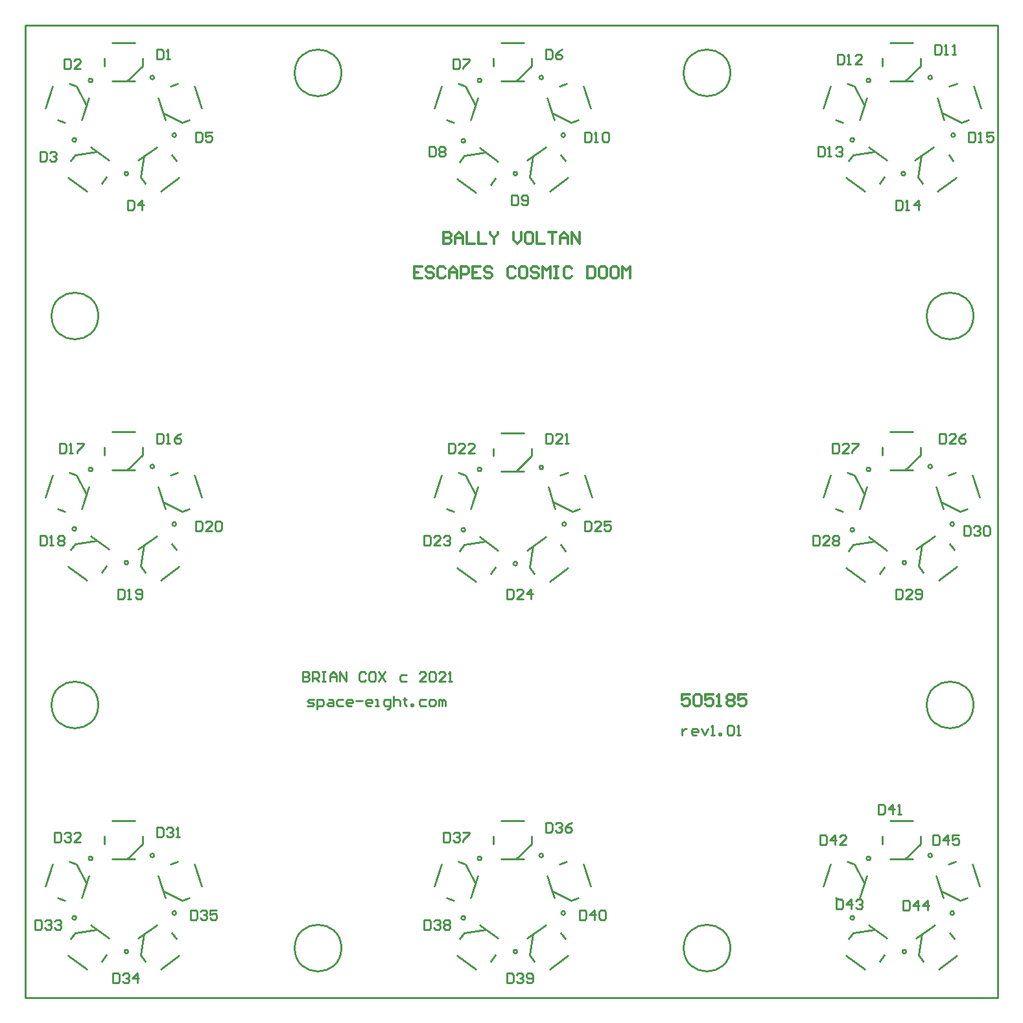
<source format=gto>
%FSLAX25Y25*%
%MOIN*%
G70*
G01*
G75*
G04 Layer_Color=65535*
%ADD10P,0.08352X4X333.0*%
%ADD11P,0.08352X4X261.0*%
%ADD12P,0.08352X4X189.0*%
%ADD13P,0.08352X4X117.0*%
%ADD14R,0.05906X0.05906*%
%ADD15C,0.02500*%
%ADD16C,0.10000*%
%ADD17C,0.05000*%
%ADD18C,0.12500*%
%ADD19R,0.12500X0.12500*%
%ADD20R,0.12500X0.12500*%
%ADD21C,0.16500*%
%ADD22C,0.04000*%
%ADD23R,0.17716X0.12205*%
%ADD24R,0.12205X0.17716*%
G04:AMPARAMS|DCode=25|XSize=80mil|YSize=50mil|CornerRadius=0mil|HoleSize=0mil|Usage=FLASHONLY|Rotation=45.000|XOffset=0mil|YOffset=0mil|HoleType=Round|Shape=Rectangle|*
%AMROTATEDRECTD25*
4,1,4,-0.01061,-0.04596,-0.04596,-0.01061,0.01061,0.04596,0.04596,0.01061,-0.01061,-0.04596,0.0*
%
%ADD25ROTATEDRECTD25*%

%ADD26R,0.08000X0.05000*%
G04:AMPARAMS|DCode=27|XSize=80mil|YSize=50mil|CornerRadius=0mil|HoleSize=0mil|Usage=FLASHONLY|Rotation=315.000|XOffset=0mil|YOffset=0mil|HoleType=Round|Shape=Rectangle|*
%AMROTATEDRECTD27*
4,1,4,-0.04596,0.01061,-0.01061,0.04596,0.04596,-0.01061,0.01061,-0.04596,-0.04596,0.01061,0.0*
%
%ADD27ROTATEDRECTD27*%

%ADD28R,0.05000X0.08000*%
%ADD29C,0.01000*%
%ADD30C,0.01200*%
D29*
X778058Y743526D02*
G03*
X778058Y743526I-984J0D01*
G01*
X377558Y543526D02*
G03*
X377558Y543526I-984J0D01*
G01*
X578058D02*
G03*
X578058Y543526I-984J0D01*
G01*
X777558D02*
G03*
X777558Y543526I-984J0D01*
G01*
X377558Y343526D02*
G03*
X377558Y343526I-984J0D01*
G01*
X577558D02*
G03*
X577558Y343526I-984J0D01*
G01*
X777558D02*
G03*
X777558Y343526I-984J0D01*
G01*
X752412Y723692D02*
G03*
X752412Y723692I-984J0D01*
G01*
X352912Y523692D02*
G03*
X352912Y523692I-984J0D01*
G01*
X552912Y523192D02*
G03*
X552912Y523192I-984J0D01*
G01*
X752912Y523692D02*
G03*
X752912Y523692I-984J0D01*
G01*
X352912Y323692D02*
G03*
X352912Y323692I-984J0D01*
G01*
X552912D02*
G03*
X552912Y323692I-984J0D01*
G01*
X752912D02*
G03*
X752912Y323692I-984J0D01*
G01*
X726168Y741048D02*
G03*
X726168Y741048I-984J0D01*
G01*
X326168Y541048D02*
G03*
X326168Y541048I-984J0D01*
G01*
X526168Y540548D02*
G03*
X526168Y540548I-984J0D01*
G01*
X726168D02*
G03*
X726168Y540548I-984J0D01*
G01*
X326168Y341048D02*
G03*
X326168Y341048I-984J0D01*
G01*
X526168D02*
G03*
X526168Y341048I-984J0D01*
G01*
X726168D02*
G03*
X726168Y341048I-984J0D01*
G01*
X734535Y771608D02*
G03*
X734535Y771608I-984J0D01*
G01*
X334535Y571608D02*
G03*
X334535Y571608I-984J0D01*
G01*
X534535D02*
G03*
X534535Y571608I-984J0D01*
G01*
X734535D02*
G03*
X734535Y571608I-984J0D01*
G01*
X334535Y371608D02*
G03*
X334535Y371608I-984J0D01*
G01*
X534535D02*
G03*
X534535Y371608I-984J0D01*
G01*
X734535D02*
G03*
X734535Y371608I-984J0D01*
G01*
X766248Y773126D02*
G03*
X766248Y773126I-984J0D01*
G01*
X366248Y573126D02*
G03*
X366248Y573126I-984J0D01*
G01*
X566248Y572626D02*
G03*
X566248Y572626I-984J0D01*
G01*
X766248Y573126D02*
G03*
X766248Y573126I-984J0D01*
G01*
X366248Y373126D02*
G03*
X366248Y373126I-984J0D01*
G01*
X566248D02*
G03*
X566248Y373126I-984J0D01*
G01*
X766248D02*
G03*
X766248Y373126I-984J0D01*
G01*
X462500Y775500D02*
G03*
X462500Y775500I-12000J0D01*
G01*
X662500D02*
G03*
X662500Y775500I-12000J0D01*
G01*
X787500Y650500D02*
G03*
X787500Y650500I-12000J0D01*
G01*
Y450500D02*
G03*
X787500Y450500I-12000J0D01*
G01*
X337500Y650500D02*
G03*
X337500Y650500I-12000J0D01*
G01*
Y450500D02*
G03*
X337500Y450500I-12000J0D01*
G01*
X462500Y325500D02*
G03*
X462500Y325500I-12000J0D01*
G01*
X662500D02*
G03*
X662500Y325500I-12000J0D01*
G01*
X377558Y743526D02*
G03*
X377558Y743526I-984J0D01*
G01*
X352912Y723692D02*
G03*
X352912Y723692I-984J0D01*
G01*
X326168Y741048D02*
G03*
X326168Y741048I-984J0D01*
G01*
X334535Y771608D02*
G03*
X334535Y771608I-984J0D01*
G01*
X366248Y773126D02*
G03*
X366248Y773126I-984J0D01*
G01*
X577558Y743526D02*
G03*
X577558Y743526I-984J0D01*
G01*
X552912Y723692D02*
G03*
X552912Y723692I-984J0D01*
G01*
X526168Y740548D02*
G03*
X526168Y740548I-984J0D01*
G01*
X534535Y771608D02*
G03*
X534535Y771608I-984J0D01*
G01*
X566248Y773126D02*
G03*
X566248Y773126I-984J0D01*
G01*
X781169Y750031D02*
X784914Y751248D01*
X775086Y768752D02*
X778831Y769969D01*
X768814Y762575D02*
X772464Y751342D01*
X787536Y768658D02*
X791186Y757425D01*
X771247Y755086D02*
X781169Y750031D01*
X380669Y550031D02*
X384414Y551248D01*
X374586Y568752D02*
X378331Y569969D01*
X368314Y562575D02*
X371964Y551342D01*
X387036Y568658D02*
X390686Y557425D01*
X370747Y555086D02*
X380669Y550031D01*
X581169D02*
X584914Y551248D01*
X575086Y568752D02*
X578831Y569969D01*
X568814Y562575D02*
X572464Y551342D01*
X587536Y568658D02*
X591186Y557425D01*
X571247Y555086D02*
X581169Y550031D01*
X780669D02*
X784414Y551248D01*
X774586Y568752D02*
X778331Y569969D01*
X768314Y562575D02*
X771964Y551342D01*
X787036Y568658D02*
X790686Y557425D01*
X770748Y555086D02*
X780669Y550031D01*
X380669Y350031D02*
X384414Y351248D01*
X374586Y368753D02*
X378331Y369969D01*
X368314Y362575D02*
X371964Y351342D01*
X387036Y368658D02*
X390686Y357425D01*
X370747Y355086D02*
X380669Y350031D01*
X580669D02*
X584414Y351248D01*
X574586Y368753D02*
X578331Y369969D01*
X568314Y362575D02*
X571964Y351342D01*
X587036Y368658D02*
X590686Y357425D01*
X570748Y355086D02*
X580669Y350031D01*
X780669D02*
X784414Y351248D01*
X774586Y368753D02*
X778331Y369969D01*
X768314Y362575D02*
X771964Y351342D01*
X787036Y368658D02*
X790686Y357425D01*
X770748Y355086D02*
X780669Y350031D01*
X758880Y721807D02*
X761194Y718622D01*
X774806Y733378D02*
X777120Y730193D01*
X757437Y730492D02*
X766992Y737434D01*
X769008Y714566D02*
X778563Y721508D01*
X758880Y721807D02*
X760622Y732806D01*
X359380Y521807D02*
X361694Y518622D01*
X375306Y533378D02*
X377620Y530193D01*
X357937Y530492D02*
X367492Y537434D01*
X369508Y514566D02*
X379063Y521508D01*
X359380Y521807D02*
X361122Y532806D01*
X559380Y521307D02*
X561694Y518122D01*
X575306Y532878D02*
X577620Y529693D01*
X557937Y529992D02*
X567492Y536934D01*
X569508Y514066D02*
X579063Y521008D01*
X559380Y521307D02*
X561122Y532306D01*
X759380Y521807D02*
X761694Y518622D01*
X775306Y533378D02*
X777620Y530193D01*
X757937Y530492D02*
X767492Y537434D01*
X769508Y514566D02*
X779063Y521508D01*
X759380Y521807D02*
X761122Y532806D01*
X359380Y321807D02*
X361694Y318622D01*
X375306Y333378D02*
X377620Y330193D01*
X357937Y330492D02*
X367492Y337434D01*
X369508Y314566D02*
X379063Y321508D01*
X359380Y321807D02*
X361122Y332806D01*
X559380Y321807D02*
X561694Y318622D01*
X575306Y333378D02*
X577620Y330193D01*
X557937Y330492D02*
X567492Y337434D01*
X569508Y314566D02*
X579063Y321508D01*
X559380Y321807D02*
X561122Y332806D01*
X759380Y321807D02*
X761694Y318622D01*
X775306Y333378D02*
X777620Y330193D01*
X757937Y330492D02*
X767492Y337434D01*
X769508Y314566D02*
X779063Y321508D01*
X759380Y321807D02*
X761122Y332806D01*
X723380Y730193D02*
X725694Y733378D01*
X739306Y718622D02*
X741620Y721807D01*
X733508Y737434D02*
X743063Y730492D01*
X721937Y721508D02*
X731492Y714566D01*
X725694Y733378D02*
X736693Y735120D01*
X323380Y530193D02*
X325694Y533378D01*
X339306Y518622D02*
X341620Y521807D01*
X333508Y537434D02*
X343063Y530492D01*
X321937Y521508D02*
X331492Y514566D01*
X325694Y533378D02*
X336693Y535120D01*
X523380Y529693D02*
X525694Y532878D01*
X539306Y518122D02*
X541620Y521307D01*
X533508Y536934D02*
X543063Y529992D01*
X521937Y521008D02*
X531492Y514066D01*
X525694Y532878D02*
X536693Y534620D01*
X723380Y529693D02*
X725694Y532878D01*
X739306Y518122D02*
X741620Y521307D01*
X733508Y536934D02*
X743063Y529992D01*
X721937Y521008D02*
X731492Y514066D01*
X725694Y532878D02*
X736693Y534620D01*
X323380Y330193D02*
X325694Y333378D01*
X339306Y318622D02*
X341620Y321807D01*
X333508Y337434D02*
X343063Y330492D01*
X321937Y321508D02*
X331492Y314566D01*
X325694Y333378D02*
X336693Y335120D01*
X523380Y330193D02*
X525694Y333378D01*
X539306Y318622D02*
X541620Y321807D01*
X533508Y337434D02*
X543063Y330492D01*
X521937Y321508D02*
X531492Y314566D01*
X525694Y333378D02*
X536693Y335120D01*
X723380Y330193D02*
X725694Y333378D01*
X739306Y318622D02*
X741620Y321807D01*
X733508Y337434D02*
X743063Y330492D01*
X721937Y321508D02*
X731492Y314566D01*
X725694Y333378D02*
X736693Y335120D01*
X722669Y769969D02*
X726414Y768752D01*
X716586Y751248D02*
X720331Y750031D01*
X729036Y751342D02*
X732686Y762575D01*
X710314Y757425D02*
X713964Y768658D01*
X726414Y768752D02*
X731469Y758831D01*
X322669Y569969D02*
X326414Y568752D01*
X316586Y551248D02*
X320331Y550031D01*
X329036Y551342D02*
X332686Y562575D01*
X310314Y557425D02*
X313964Y568658D01*
X326414Y568752D02*
X331469Y558831D01*
X522669Y569969D02*
X526414Y568752D01*
X516586Y551248D02*
X520331Y550031D01*
X529036Y551342D02*
X532686Y562575D01*
X510314Y557425D02*
X513964Y568658D01*
X526414Y568752D02*
X531469Y558831D01*
X722669Y569969D02*
X726414Y568752D01*
X716586Y551248D02*
X720331Y550031D01*
X729036Y551342D02*
X732686Y562575D01*
X710314Y557425D02*
X713964Y568658D01*
X726414Y568752D02*
X731469Y558831D01*
X322669Y369969D02*
X326414Y368753D01*
X316586Y351248D02*
X320331Y350031D01*
X329036Y351342D02*
X332686Y362575D01*
X310314Y357425D02*
X313964Y368658D01*
X326414Y368753D02*
X331469Y358831D01*
X522669Y369969D02*
X526414Y368753D01*
X516586Y351248D02*
X520331Y350031D01*
X529036Y351342D02*
X532686Y362575D01*
X510314Y357425D02*
X513964Y368658D01*
X526414Y368753D02*
X531469Y358831D01*
X722669Y369969D02*
X726414Y368753D01*
X716586Y351248D02*
X720331Y350031D01*
X729036Y351342D02*
X732686Y362575D01*
X710314Y357425D02*
X713964Y368658D01*
X726414Y368753D02*
X731469Y358831D01*
X760343Y779032D02*
Y782969D01*
X740658Y779032D02*
Y782969D01*
X744594Y771158D02*
X756405D01*
X744594Y790842D02*
X756405D01*
X752468Y771158D02*
X760343Y779032D01*
X360343Y579032D02*
Y582969D01*
X340657Y579032D02*
Y582969D01*
X344595Y571158D02*
X356405D01*
X344595Y590842D02*
X356405D01*
X352468Y571158D02*
X360343Y579032D01*
X560343Y578532D02*
Y582469D01*
X540658Y578532D02*
Y582469D01*
X544594Y570657D02*
X556405D01*
X544594Y590343D02*
X556405D01*
X552468Y570657D02*
X560343Y578532D01*
X760343Y579032D02*
Y582969D01*
X740658Y579032D02*
Y582969D01*
X744594Y571158D02*
X756405D01*
X744594Y590842D02*
X756405D01*
X752468Y571158D02*
X760343Y579032D01*
X360343Y379031D02*
Y382968D01*
X340657Y379031D02*
Y382968D01*
X344595Y371158D02*
X356405D01*
X344595Y390843D02*
X356405D01*
X352468Y371158D02*
X360343Y379031D01*
X560343D02*
Y382968D01*
X540658Y379031D02*
Y382968D01*
X544594Y371158D02*
X556405D01*
X544594Y390843D02*
X556405D01*
X552468Y371158D02*
X560343Y379031D01*
X760343D02*
Y382968D01*
X740658Y379031D02*
Y382968D01*
X744594Y371158D02*
X756405D01*
X744594Y390843D02*
X756405D01*
X752468Y371158D02*
X760343Y379031D01*
X380669Y750031D02*
X384414Y751248D01*
X374586Y768752D02*
X378331Y769969D01*
X368314Y762575D02*
X371964Y751342D01*
X387036Y768658D02*
X390686Y757425D01*
X370747Y755086D02*
X380669Y750031D01*
X359380Y721807D02*
X361694Y718622D01*
X375306Y733378D02*
X377620Y730193D01*
X357937Y730492D02*
X367492Y737434D01*
X369508Y714566D02*
X379063Y721508D01*
X359380Y721807D02*
X361122Y732806D01*
X323380Y730193D02*
X325694Y733378D01*
X339306Y718622D02*
X341620Y721807D01*
X333508Y737434D02*
X343063Y730492D01*
X321937Y721508D02*
X331492Y714566D01*
X325694Y733378D02*
X336693Y735120D01*
X322669Y769969D02*
X326414Y768752D01*
X316586Y751248D02*
X320331Y750031D01*
X329036Y751342D02*
X332686Y762575D01*
X310314Y757425D02*
X313964Y768658D01*
X326414Y768752D02*
X331469Y758831D01*
X360343Y779032D02*
Y782969D01*
X340657Y779032D02*
Y782969D01*
X344595Y771158D02*
X356405Y771158D01*
X344595Y790842D02*
X356405Y790842D01*
X352468Y771158D02*
X360343Y779032D01*
X580669Y750031D02*
X584414Y751248D01*
X574586Y768752D02*
X578331Y769969D01*
X568314Y762575D02*
X571964Y751342D01*
X587036Y768658D02*
X590686Y757425D01*
X570748Y755086D02*
X580669Y750031D01*
X559380Y721807D02*
X561694Y718622D01*
X575306Y733378D02*
X577620Y730193D01*
X557937Y730492D02*
X567492Y737434D01*
X569508Y714566D02*
X579063Y721508D01*
X559380Y721807D02*
X561122Y732806D01*
X523380Y729693D02*
X525694Y732878D01*
X539306Y718122D02*
X541620Y721307D01*
X533508Y736934D02*
X543063Y729992D01*
X521937Y721008D02*
X531492Y714066D01*
X525694Y732878D02*
X536693Y734620D01*
X522669Y769969D02*
X526414Y768752D01*
X516586Y751248D02*
X520331Y750031D01*
X529036Y751342D02*
X532686Y762575D01*
X510314Y757425D02*
X513964Y768658D01*
X526414Y768752D02*
X531469Y758831D01*
X560343Y779032D02*
Y782969D01*
X540658Y779032D02*
Y782969D01*
X544594Y771158D02*
X556405D01*
X544594Y790842D02*
X556405D01*
X552468Y771158D02*
X560343Y779032D01*
X300000Y300000D02*
Y800000D01*
Y300000D02*
X800000D01*
Y800000D01*
X300000D02*
X800000D01*
X495832Y465832D02*
X493333D01*
X492500Y464999D01*
Y463333D01*
X493333Y462500D01*
X495832D01*
X505829D02*
X502497D01*
X505829Y465832D01*
Y466665D01*
X504996Y467498D01*
X503330D01*
X502497Y466665D01*
X507495D02*
X508328Y467498D01*
X509994D01*
X510827Y466665D01*
Y463333D01*
X509994Y462500D01*
X508328D01*
X507495Y463333D01*
Y466665D01*
X515826Y462500D02*
X512494D01*
X515826Y465832D01*
Y466665D01*
X514993Y467498D01*
X513327D01*
X512494Y466665D01*
X517492Y462500D02*
X519158D01*
X518325D01*
Y467498D01*
X517492Y466665D01*
X442500Y467498D02*
Y462500D01*
X444999D01*
X445832Y463333D01*
Y464166D01*
X444999Y464999D01*
X442500D01*
X444999D01*
X445832Y465832D01*
Y466665D01*
X444999Y467498D01*
X442500D01*
X447498Y462500D02*
Y467498D01*
X449998D01*
X450831Y466665D01*
Y464999D01*
X449998Y464166D01*
X447498D01*
X449164D02*
X450831Y462500D01*
X452497Y467498D02*
X454163D01*
X453330D01*
Y462500D01*
X452497D01*
X454163D01*
X456662D02*
Y465832D01*
X458328Y467498D01*
X459994Y465832D01*
Y462500D01*
Y464999D01*
X456662D01*
X461660Y462500D02*
Y467498D01*
X464993Y462500D01*
Y467498D01*
X474990Y466665D02*
X474156Y467498D01*
X472490D01*
X471657Y466665D01*
Y463333D01*
X472490Y462500D01*
X474156D01*
X474990Y463333D01*
X479155Y467498D02*
X477489D01*
X476656Y466665D01*
Y463333D01*
X477489Y462500D01*
X479155D01*
X479988Y463333D01*
Y466665D01*
X479155Y467498D01*
X481654D02*
X484986Y462500D01*
Y467498D02*
X481654Y462500D01*
X637500Y438332D02*
Y435000D01*
Y436666D01*
X638333Y437499D01*
X639166Y438332D01*
X639999D01*
X644998Y435000D02*
X643331D01*
X642498Y435833D01*
Y437499D01*
X643331Y438332D01*
X644998D01*
X645831Y437499D01*
Y436666D01*
X642498D01*
X647497Y438332D02*
X649163Y435000D01*
X650829Y438332D01*
X652495Y435000D02*
X654161D01*
X653328D01*
Y439998D01*
X652495Y439165D01*
X656661Y435000D02*
Y435833D01*
X657493D01*
Y435000D01*
X656661D01*
X660826Y439165D02*
X661659Y439998D01*
X663325D01*
X664158Y439165D01*
Y435833D01*
X663325Y435000D01*
X661659D01*
X660826Y435833D01*
Y439165D01*
X665824Y435000D02*
X667490D01*
X666657D01*
Y439998D01*
X665824Y439165D01*
X445000Y450000D02*
X447499D01*
X448332Y450833D01*
X447499Y451666D01*
X445833D01*
X445000Y452499D01*
X445833Y453332D01*
X448332D01*
X449998Y448334D02*
Y453332D01*
X452498D01*
X453331Y452499D01*
Y450833D01*
X452498Y450000D01*
X449998D01*
X455830Y453332D02*
X457496D01*
X458329Y452499D01*
Y450000D01*
X455830D01*
X454997Y450833D01*
X455830Y451666D01*
X458329D01*
X463327Y453332D02*
X460828D01*
X459995Y452499D01*
Y450833D01*
X460828Y450000D01*
X463327D01*
X467493D02*
X465827D01*
X464993Y450833D01*
Y452499D01*
X465827Y453332D01*
X467493D01*
X468326Y452499D01*
Y451666D01*
X464993D01*
X469992Y452499D02*
X473324D01*
X477490Y450000D02*
X475823D01*
X474990Y450833D01*
Y452499D01*
X475823Y453332D01*
X477490D01*
X478323Y452499D01*
Y451666D01*
X474990D01*
X479989Y450000D02*
X481655D01*
X480822D01*
Y453332D01*
X479989D01*
X485820Y448334D02*
X486653D01*
X487486Y449167D01*
Y453332D01*
X484987D01*
X484154Y452499D01*
Y450833D01*
X484987Y450000D01*
X487486D01*
X489152Y454998D02*
Y450000D01*
Y452499D01*
X489985Y453332D01*
X491652D01*
X492485Y452499D01*
Y450000D01*
X494984Y454165D02*
Y453332D01*
X494151D01*
X495817D01*
X494984D01*
Y450833D01*
X495817Y450000D01*
X498316D02*
Y450833D01*
X499149D01*
Y450000D01*
X498316D01*
X505814Y453332D02*
X503314D01*
X502481Y452499D01*
Y450833D01*
X503314Y450000D01*
X505814D01*
X508313D02*
X509979D01*
X510812Y450833D01*
Y452499D01*
X509979Y453332D01*
X508313D01*
X507480Y452499D01*
Y450833D01*
X508313Y450000D01*
X512478D02*
Y453332D01*
X513311D01*
X514144Y452499D01*
Y450000D01*
Y452499D01*
X514977Y453332D01*
X515810Y452499D01*
Y450000D01*
X767500Y789998D02*
Y785000D01*
X769999D01*
X770832Y785833D01*
Y789165D01*
X769999Y789998D01*
X767500D01*
X772498Y785000D02*
X774164D01*
X773331D01*
Y789998D01*
X772498Y789165D01*
X776664Y785000D02*
X778330D01*
X777497D01*
Y789998D01*
X776664Y789165D01*
X717500Y784998D02*
Y780000D01*
X719999D01*
X720832Y780833D01*
Y784165D01*
X719999Y784998D01*
X717500D01*
X722498Y780000D02*
X724164D01*
X723331D01*
Y784998D01*
X722498Y784165D01*
X729996Y780000D02*
X726664D01*
X729996Y783332D01*
Y784165D01*
X729163Y784998D01*
X727497D01*
X726664Y784165D01*
X707500Y737498D02*
Y732500D01*
X709999D01*
X710832Y733333D01*
Y736665D01*
X709999Y737498D01*
X707500D01*
X712498Y732500D02*
X714164D01*
X713331D01*
Y737498D01*
X712498Y736665D01*
X716664D02*
X717497Y737498D01*
X719163D01*
X719996Y736665D01*
Y735832D01*
X719163Y734999D01*
X718330D01*
X719163D01*
X719996Y734166D01*
Y733333D01*
X719163Y732500D01*
X717497D01*
X716664Y733333D01*
X747500Y709998D02*
Y705000D01*
X749999D01*
X750832Y705833D01*
Y709165D01*
X749999Y709998D01*
X747500D01*
X752498Y705000D02*
X754165D01*
X753331D01*
Y709998D01*
X752498Y709165D01*
X759163Y705000D02*
Y709998D01*
X756664Y707499D01*
X759996D01*
X785000Y744998D02*
Y740000D01*
X787499D01*
X788332Y740833D01*
Y744165D01*
X787499Y744998D01*
X785000D01*
X789998Y740000D02*
X791665D01*
X790831D01*
Y744998D01*
X789998Y744165D01*
X797496Y744998D02*
X794164D01*
Y742499D01*
X795830Y743332D01*
X796663D01*
X797496Y742499D01*
Y740833D01*
X796663Y740000D01*
X794997D01*
X794164Y740833D01*
X367500Y589998D02*
Y585000D01*
X369999D01*
X370832Y585833D01*
Y589165D01*
X369999Y589998D01*
X367500D01*
X372498Y585000D02*
X374165D01*
X373331D01*
Y589998D01*
X372498Y589165D01*
X379996Y589998D02*
X378330Y589165D01*
X376664Y587499D01*
Y585833D01*
X377497Y585000D01*
X379163D01*
X379996Y585833D01*
Y586666D01*
X379163Y587499D01*
X376664D01*
X317500Y584998D02*
Y580000D01*
X319999D01*
X320832Y580833D01*
Y584165D01*
X319999Y584998D01*
X317500D01*
X322498Y580000D02*
X324165D01*
X323331D01*
Y584998D01*
X322498Y584165D01*
X326664Y584998D02*
X329996D01*
Y584165D01*
X326664Y580833D01*
Y580000D01*
X307500Y537498D02*
Y532500D01*
X309999D01*
X310832Y533333D01*
Y536665D01*
X309999Y537498D01*
X307500D01*
X312498Y532500D02*
X314164D01*
X313331D01*
Y537498D01*
X312498Y536665D01*
X316664D02*
X317497Y537498D01*
X319163D01*
X319996Y536665D01*
Y535832D01*
X319163Y534999D01*
X319996Y534166D01*
Y533333D01*
X319163Y532500D01*
X317497D01*
X316664Y533333D01*
Y534166D01*
X317497Y534999D01*
X316664Y535832D01*
Y536665D01*
X317497Y534999D02*
X319163D01*
X347500Y509998D02*
Y505000D01*
X349999D01*
X350832Y505833D01*
Y509165D01*
X349999Y509998D01*
X347500D01*
X352498Y505000D02*
X354165D01*
X353331D01*
Y509998D01*
X352498Y509165D01*
X356664Y505833D02*
X357497Y505000D01*
X359163D01*
X359996Y505833D01*
Y509165D01*
X359163Y509998D01*
X357497D01*
X356664Y509165D01*
Y508332D01*
X357497Y507499D01*
X359996D01*
X387500Y544998D02*
Y540000D01*
X389999D01*
X390832Y540833D01*
Y544165D01*
X389999Y544998D01*
X387500D01*
X395831Y540000D02*
X392498D01*
X395831Y543332D01*
Y544165D01*
X394998Y544998D01*
X393331D01*
X392498Y544165D01*
X397497D02*
X398330Y544998D01*
X399996D01*
X400829Y544165D01*
Y540833D01*
X399996Y540000D01*
X398330D01*
X397497Y540833D01*
Y544165D01*
X567500Y589998D02*
Y585000D01*
X569999D01*
X570832Y585833D01*
Y589165D01*
X569999Y589998D01*
X567500D01*
X575831Y585000D02*
X572498D01*
X575831Y588332D01*
Y589165D01*
X574998Y589998D01*
X573331D01*
X572498Y589165D01*
X577497Y585000D02*
X579163D01*
X578330D01*
Y589998D01*
X577497Y589165D01*
X517500Y584998D02*
Y580000D01*
X519999D01*
X520832Y580833D01*
Y584165D01*
X519999Y584998D01*
X517500D01*
X525831Y580000D02*
X522498D01*
X525831Y583332D01*
Y584165D01*
X524998Y584998D01*
X523331D01*
X522498Y584165D01*
X530829Y580000D02*
X527497D01*
X530829Y583332D01*
Y584165D01*
X529996Y584998D01*
X528330D01*
X527497Y584165D01*
X505000Y537498D02*
Y532500D01*
X507499D01*
X508332Y533333D01*
Y536665D01*
X507499Y537498D01*
X505000D01*
X513331Y532500D02*
X509998D01*
X513331Y535832D01*
Y536665D01*
X512498Y537498D01*
X510831D01*
X509998Y536665D01*
X514997D02*
X515830Y537498D01*
X517496D01*
X518329Y536665D01*
Y535832D01*
X517496Y534999D01*
X516663D01*
X517496D01*
X518329Y534166D01*
Y533333D01*
X517496Y532500D01*
X515830D01*
X514997Y533333D01*
X547500Y509998D02*
Y505000D01*
X549999D01*
X550832Y505833D01*
Y509165D01*
X549999Y509998D01*
X547500D01*
X555831Y505000D02*
X552498D01*
X555831Y508332D01*
Y509165D01*
X554998Y509998D01*
X553331D01*
X552498Y509165D01*
X559996Y505000D02*
Y509998D01*
X557497Y507499D01*
X560829D01*
X587500Y544998D02*
Y540000D01*
X589999D01*
X590832Y540833D01*
Y544165D01*
X589999Y544998D01*
X587500D01*
X595831Y540000D02*
X592498D01*
X595831Y543332D01*
Y544165D01*
X594998Y544998D01*
X593331D01*
X592498Y544165D01*
X600829Y544998D02*
X597497D01*
Y542499D01*
X599163Y543332D01*
X599996D01*
X600829Y542499D01*
Y540833D01*
X599996Y540000D01*
X598330D01*
X597497Y540833D01*
X770000Y589998D02*
Y585000D01*
X772499D01*
X773332Y585833D01*
Y589165D01*
X772499Y589998D01*
X770000D01*
X778331Y585000D02*
X774998D01*
X778331Y588332D01*
Y589165D01*
X777498Y589998D01*
X775831D01*
X774998Y589165D01*
X783329Y589998D02*
X781663Y589165D01*
X779997Y587499D01*
Y585833D01*
X780830Y585000D01*
X782496D01*
X783329Y585833D01*
Y586666D01*
X782496Y587499D01*
X779997D01*
X715000Y584998D02*
Y580000D01*
X717499D01*
X718332Y580833D01*
Y584165D01*
X717499Y584998D01*
X715000D01*
X723331Y580000D02*
X719998D01*
X723331Y583332D01*
Y584165D01*
X722498Y584998D01*
X720831D01*
X719998Y584165D01*
X724997Y584998D02*
X728329D01*
Y584165D01*
X724997Y580833D01*
Y580000D01*
X705000Y537498D02*
Y532500D01*
X707499D01*
X708332Y533333D01*
Y536665D01*
X707499Y537498D01*
X705000D01*
X713331Y532500D02*
X709998D01*
X713331Y535832D01*
Y536665D01*
X712498Y537498D01*
X710831D01*
X709998Y536665D01*
X714997D02*
X715830Y537498D01*
X717496D01*
X718329Y536665D01*
Y535832D01*
X717496Y534999D01*
X718329Y534166D01*
Y533333D01*
X717496Y532500D01*
X715830D01*
X714997Y533333D01*
Y534166D01*
X715830Y534999D01*
X714997Y535832D01*
Y536665D01*
X715830Y534999D02*
X717496D01*
X747500Y509998D02*
Y505000D01*
X749999D01*
X750832Y505833D01*
Y509165D01*
X749999Y509998D01*
X747500D01*
X755831Y505000D02*
X752498D01*
X755831Y508332D01*
Y509165D01*
X754998Y509998D01*
X753331D01*
X752498Y509165D01*
X757497Y505833D02*
X758330Y505000D01*
X759996D01*
X760829Y505833D01*
Y509165D01*
X759996Y509998D01*
X758330D01*
X757497Y509165D01*
Y508332D01*
X758330Y507499D01*
X760829D01*
X782500Y542498D02*
Y537500D01*
X784999D01*
X785832Y538333D01*
Y541665D01*
X784999Y542498D01*
X782500D01*
X787498Y541665D02*
X788331Y542498D01*
X789998D01*
X790831Y541665D01*
Y540832D01*
X789998Y539999D01*
X789164D01*
X789998D01*
X790831Y539166D01*
Y538333D01*
X789998Y537500D01*
X788331D01*
X787498Y538333D01*
X792497Y541665D02*
X793330Y542498D01*
X794996D01*
X795829Y541665D01*
Y538333D01*
X794996Y537500D01*
X793330D01*
X792497Y538333D01*
Y541665D01*
X367500Y387498D02*
Y382500D01*
X369999D01*
X370832Y383333D01*
Y386665D01*
X369999Y387498D01*
X367500D01*
X372498Y386665D02*
X373331Y387498D01*
X374998D01*
X375831Y386665D01*
Y385832D01*
X374998Y384999D01*
X374165D01*
X374998D01*
X375831Y384166D01*
Y383333D01*
X374998Y382500D01*
X373331D01*
X372498Y383333D01*
X377497Y382500D02*
X379163D01*
X378330D01*
Y387498D01*
X377497Y386665D01*
X315000Y384998D02*
Y380000D01*
X317499D01*
X318332Y380833D01*
Y384165D01*
X317499Y384998D01*
X315000D01*
X319998Y384165D02*
X320831Y384998D01*
X322498D01*
X323331Y384165D01*
Y383332D01*
X322498Y382499D01*
X321665D01*
X322498D01*
X323331Y381666D01*
Y380833D01*
X322498Y380000D01*
X320831D01*
X319998Y380833D01*
X328329Y380000D02*
X324997D01*
X328329Y383332D01*
Y384165D01*
X327496Y384998D01*
X325830D01*
X324997Y384165D01*
X305000Y339998D02*
Y335000D01*
X307499D01*
X308332Y335833D01*
Y339165D01*
X307499Y339998D01*
X305000D01*
X309998Y339165D02*
X310831Y339998D01*
X312498D01*
X313331Y339165D01*
Y338332D01*
X312498Y337499D01*
X311665D01*
X312498D01*
X313331Y336666D01*
Y335833D01*
X312498Y335000D01*
X310831D01*
X309998Y335833D01*
X314997Y339165D02*
X315830Y339998D01*
X317496D01*
X318329Y339165D01*
Y338332D01*
X317496Y337499D01*
X316663D01*
X317496D01*
X318329Y336666D01*
Y335833D01*
X317496Y335000D01*
X315830D01*
X314997Y335833D01*
X345000Y312498D02*
Y307500D01*
X347499D01*
X348332Y308333D01*
Y311665D01*
X347499Y312498D01*
X345000D01*
X349998Y311665D02*
X350831Y312498D01*
X352498D01*
X353331Y311665D01*
Y310832D01*
X352498Y309999D01*
X351664D01*
X352498D01*
X353331Y309166D01*
Y308333D01*
X352498Y307500D01*
X350831D01*
X349998Y308333D01*
X357496Y307500D02*
Y312498D01*
X354997Y309999D01*
X358329D01*
X385000Y344998D02*
Y340000D01*
X387499D01*
X388332Y340833D01*
Y344165D01*
X387499Y344998D01*
X385000D01*
X389998Y344165D02*
X390831Y344998D01*
X392498D01*
X393331Y344165D01*
Y343332D01*
X392498Y342499D01*
X391665D01*
X392498D01*
X393331Y341666D01*
Y340833D01*
X392498Y340000D01*
X390831D01*
X389998Y340833D01*
X398329Y344998D02*
X394997D01*
Y342499D01*
X396663Y343332D01*
X397496D01*
X398329Y342499D01*
Y340833D01*
X397496Y340000D01*
X395830D01*
X394997Y340833D01*
X567500Y389998D02*
Y385000D01*
X569999D01*
X570832Y385833D01*
Y389165D01*
X569999Y389998D01*
X567500D01*
X572498Y389165D02*
X573331Y389998D01*
X574998D01*
X575831Y389165D01*
Y388332D01*
X574998Y387499D01*
X574164D01*
X574998D01*
X575831Y386666D01*
Y385833D01*
X574998Y385000D01*
X573331D01*
X572498Y385833D01*
X580829Y389998D02*
X579163Y389165D01*
X577497Y387499D01*
Y385833D01*
X578330Y385000D01*
X579996D01*
X580829Y385833D01*
Y386666D01*
X579996Y387499D01*
X577497D01*
X515000Y384998D02*
Y380000D01*
X517499D01*
X518332Y380833D01*
Y384165D01*
X517499Y384998D01*
X515000D01*
X519998Y384165D02*
X520831Y384998D01*
X522498D01*
X523331Y384165D01*
Y383332D01*
X522498Y382499D01*
X521664D01*
X522498D01*
X523331Y381666D01*
Y380833D01*
X522498Y380000D01*
X520831D01*
X519998Y380833D01*
X524997Y384998D02*
X528329D01*
Y384165D01*
X524997Y380833D01*
Y380000D01*
X505000Y339998D02*
Y335000D01*
X507499D01*
X508332Y335833D01*
Y339165D01*
X507499Y339998D01*
X505000D01*
X509998Y339165D02*
X510831Y339998D01*
X512498D01*
X513331Y339165D01*
Y338332D01*
X512498Y337499D01*
X511664D01*
X512498D01*
X513331Y336666D01*
Y335833D01*
X512498Y335000D01*
X510831D01*
X509998Y335833D01*
X514997Y339165D02*
X515830Y339998D01*
X517496D01*
X518329Y339165D01*
Y338332D01*
X517496Y337499D01*
X518329Y336666D01*
Y335833D01*
X517496Y335000D01*
X515830D01*
X514997Y335833D01*
Y336666D01*
X515830Y337499D01*
X514997Y338332D01*
Y339165D01*
X515830Y337499D02*
X517496D01*
X547500Y312498D02*
Y307500D01*
X549999D01*
X550832Y308333D01*
Y311665D01*
X549999Y312498D01*
X547500D01*
X552498Y311665D02*
X553331Y312498D01*
X554998D01*
X555831Y311665D01*
Y310832D01*
X554998Y309999D01*
X554165D01*
X554998D01*
X555831Y309166D01*
Y308333D01*
X554998Y307500D01*
X553331D01*
X552498Y308333D01*
X557497D02*
X558330Y307500D01*
X559996D01*
X560829Y308333D01*
Y311665D01*
X559996Y312498D01*
X558330D01*
X557497Y311665D01*
Y310832D01*
X558330Y309999D01*
X560829D01*
X585000Y344998D02*
Y340000D01*
X587499D01*
X588332Y340833D01*
Y344165D01*
X587499Y344998D01*
X585000D01*
X592498Y340000D02*
Y344998D01*
X589998Y342499D01*
X593331D01*
X594997Y344165D02*
X595830Y344998D01*
X597496D01*
X598329Y344165D01*
Y340833D01*
X597496Y340000D01*
X595830D01*
X594997Y340833D01*
Y344165D01*
X738550Y399348D02*
Y394350D01*
X741049D01*
X741882Y395183D01*
Y398515D01*
X741049Y399348D01*
X738550D01*
X746048Y394350D02*
Y399348D01*
X743548Y396849D01*
X746881D01*
X748547Y394350D02*
X750213D01*
X749380D01*
Y399348D01*
X748547Y398515D01*
X708700Y383498D02*
Y378500D01*
X711199D01*
X712032Y379333D01*
Y382665D01*
X711199Y383498D01*
X708700D01*
X716198Y378500D02*
Y383498D01*
X713698Y380999D01*
X717031D01*
X722029Y378500D02*
X718697D01*
X722029Y381832D01*
Y382665D01*
X721196Y383498D01*
X719530D01*
X718697Y382665D01*
X717000Y350498D02*
Y345500D01*
X719499D01*
X720332Y346333D01*
Y349665D01*
X719499Y350498D01*
X717000D01*
X724498Y345500D02*
Y350498D01*
X721998Y347999D01*
X725331D01*
X726997Y349665D02*
X727830Y350498D01*
X729496D01*
X730329Y349665D01*
Y348832D01*
X729496Y347999D01*
X728663D01*
X729496D01*
X730329Y347166D01*
Y346333D01*
X729496Y345500D01*
X727830D01*
X726997Y346333D01*
X751400Y349898D02*
Y344900D01*
X753899D01*
X754732Y345733D01*
Y349065D01*
X753899Y349898D01*
X751400D01*
X758898Y344900D02*
Y349898D01*
X756398Y347399D01*
X759731D01*
X763896Y344900D02*
Y349898D01*
X761397Y347399D01*
X764729D01*
X766700Y383498D02*
Y378500D01*
X769199D01*
X770032Y379333D01*
Y382665D01*
X769199Y383498D01*
X766700D01*
X774198Y378500D02*
Y383498D01*
X771698Y380999D01*
X775031D01*
X780029Y383498D02*
X776697D01*
Y380999D01*
X778363Y381832D01*
X779196D01*
X780029Y380999D01*
Y379333D01*
X779196Y378500D01*
X777530D01*
X776697Y379333D01*
X387500Y744998D02*
Y740000D01*
X389999D01*
X390832Y740833D01*
Y744165D01*
X389999Y744998D01*
X387500D01*
X395831D02*
X392498D01*
Y742499D01*
X394164Y743332D01*
X394998D01*
X395831Y742499D01*
Y740833D01*
X394998Y740000D01*
X393331D01*
X392498Y740833D01*
X352500Y709998D02*
Y705000D01*
X354999D01*
X355832Y705833D01*
Y709165D01*
X354999Y709998D01*
X352500D01*
X359998Y705000D02*
Y709998D01*
X357498Y707499D01*
X360831D01*
X307500Y734998D02*
Y730000D01*
X309999D01*
X310832Y730833D01*
Y734165D01*
X309999Y734998D01*
X307500D01*
X312498Y734165D02*
X313331Y734998D01*
X314998D01*
X315831Y734165D01*
Y733332D01*
X314998Y732499D01*
X314164D01*
X314998D01*
X315831Y731666D01*
Y730833D01*
X314998Y730000D01*
X313331D01*
X312498Y730833D01*
X320000Y782498D02*
Y777500D01*
X322499D01*
X323332Y778333D01*
Y781665D01*
X322499Y782498D01*
X320000D01*
X328331Y777500D02*
X324998D01*
X328331Y780832D01*
Y781665D01*
X327498Y782498D01*
X325831D01*
X324998Y781665D01*
X367500Y787498D02*
Y782500D01*
X369999D01*
X370832Y783333D01*
Y786665D01*
X369999Y787498D01*
X367500D01*
X372498Y782500D02*
X374165D01*
X373331D01*
Y787498D01*
X372498Y786665D01*
X567500Y787498D02*
Y782500D01*
X569999D01*
X570832Y783333D01*
Y786665D01*
X569999Y787498D01*
X567500D01*
X575831D02*
X574164Y786665D01*
X572498Y784999D01*
Y783333D01*
X573331Y782500D01*
X574998D01*
X575831Y783333D01*
Y784166D01*
X574998Y784999D01*
X572498D01*
X520000Y782498D02*
Y777500D01*
X522499D01*
X523332Y778333D01*
Y781665D01*
X522499Y782498D01*
X520000D01*
X524998D02*
X528331D01*
Y781665D01*
X524998Y778333D01*
Y777500D01*
X507500Y737498D02*
Y732500D01*
X509999D01*
X510832Y733333D01*
Y736665D01*
X509999Y737498D01*
X507500D01*
X512498Y736665D02*
X513331Y737498D01*
X514998D01*
X515831Y736665D01*
Y735832D01*
X514998Y734999D01*
X515831Y734166D01*
Y733333D01*
X514998Y732500D01*
X513331D01*
X512498Y733333D01*
Y734166D01*
X513331Y734999D01*
X512498Y735832D01*
Y736665D01*
X513331Y734999D02*
X514998D01*
X550000Y712498D02*
Y707500D01*
X552499D01*
X553332Y708333D01*
Y711665D01*
X552499Y712498D01*
X550000D01*
X554998Y708333D02*
X555831Y707500D01*
X557498D01*
X558331Y708333D01*
Y711665D01*
X557498Y712498D01*
X555831D01*
X554998Y711665D01*
Y710832D01*
X555831Y709999D01*
X558331D01*
X587500Y744998D02*
Y740000D01*
X589999D01*
X590832Y740833D01*
Y744165D01*
X589999Y744998D01*
X587500D01*
X592498Y740000D02*
X594165D01*
X593331D01*
Y744998D01*
X592498Y744165D01*
X596664D02*
X597497Y744998D01*
X599163D01*
X599996Y744165D01*
Y740833D01*
X599163Y740000D01*
X597497D01*
X596664Y740833D01*
Y744165D01*
D30*
X503999Y675998D02*
X500000D01*
Y670000D01*
X503999D01*
X500000Y672999D02*
X501999D01*
X509997Y674998D02*
X508997Y675998D01*
X506998D01*
X505998Y674998D01*
Y673999D01*
X506998Y672999D01*
X508997D01*
X509997Y671999D01*
Y671000D01*
X508997Y670000D01*
X506998D01*
X505998Y671000D01*
X515995Y674998D02*
X514995Y675998D01*
X512996D01*
X511996Y674998D01*
Y671000D01*
X512996Y670000D01*
X514995D01*
X515995Y671000D01*
X517994Y670000D02*
Y673999D01*
X519993Y675998D01*
X521993Y673999D01*
Y670000D01*
Y672999D01*
X517994D01*
X523992Y670000D02*
Y675998D01*
X526991D01*
X527991Y674998D01*
Y672999D01*
X526991Y671999D01*
X523992D01*
X533989Y675998D02*
X529990D01*
Y670000D01*
X533989D01*
X529990Y672999D02*
X531990D01*
X539987Y674998D02*
X538987Y675998D01*
X536988D01*
X535988Y674998D01*
Y673999D01*
X536988Y672999D01*
X538987D01*
X539987Y671999D01*
Y671000D01*
X538987Y670000D01*
X536988D01*
X535988Y671000D01*
X551983Y674998D02*
X550983Y675998D01*
X548984D01*
X547985Y674998D01*
Y671000D01*
X548984Y670000D01*
X550983D01*
X551983Y671000D01*
X556982Y675998D02*
X554982D01*
X553982Y674998D01*
Y671000D01*
X554982Y670000D01*
X556982D01*
X557981Y671000D01*
Y674998D01*
X556982Y675998D01*
X563979Y674998D02*
X562980Y675998D01*
X560980D01*
X559981Y674998D01*
Y673999D01*
X560980Y672999D01*
X562980D01*
X563979Y671999D01*
Y671000D01*
X562980Y670000D01*
X560980D01*
X559981Y671000D01*
X565979Y670000D02*
Y675998D01*
X567978Y673999D01*
X569977Y675998D01*
Y670000D01*
X571977Y675998D02*
X573976D01*
X572976D01*
Y670000D01*
X571977D01*
X573976D01*
X580974Y674998D02*
X579974Y675998D01*
X577975D01*
X576975Y674998D01*
Y671000D01*
X577975Y670000D01*
X579974D01*
X580974Y671000D01*
X588971Y675998D02*
Y670000D01*
X591970D01*
X592970Y671000D01*
Y674998D01*
X591970Y675998D01*
X588971D01*
X597968D02*
X595969D01*
X594969Y674998D01*
Y671000D01*
X595969Y670000D01*
X597968D01*
X598968Y671000D01*
Y674998D01*
X597968Y675998D01*
X603966D02*
X601967D01*
X600967Y674998D01*
Y671000D01*
X601967Y670000D01*
X603966D01*
X604966Y671000D01*
Y674998D01*
X603966Y675998D01*
X606965Y670000D02*
Y675998D01*
X608965Y673999D01*
X610964Y675998D01*
Y670000D01*
X515000Y693498D02*
Y687500D01*
X517999D01*
X518999Y688500D01*
Y689499D01*
X517999Y690499D01*
X515000D01*
X517999D01*
X518999Y691499D01*
Y692498D01*
X517999Y693498D01*
X515000D01*
X520998Y687500D02*
Y691499D01*
X522997Y693498D01*
X524997Y691499D01*
Y687500D01*
Y690499D01*
X520998D01*
X526996Y693498D02*
Y687500D01*
X530995D01*
X532994Y693498D02*
Y687500D01*
X536993D01*
X538992Y693498D02*
Y692498D01*
X540992Y690499D01*
X542991Y692498D01*
Y693498D01*
X540992Y690499D02*
Y687500D01*
X550988Y693498D02*
Y689499D01*
X552988Y687500D01*
X554987Y689499D01*
Y693498D01*
X559985D02*
X557986D01*
X556986Y692498D01*
Y688500D01*
X557986Y687500D01*
X559985D01*
X560985Y688500D01*
Y692498D01*
X559985Y693498D01*
X562985D02*
Y687500D01*
X566983D01*
X568983Y693498D02*
X572981D01*
X570982D01*
Y687500D01*
X574981D02*
Y691499D01*
X576980Y693498D01*
X578979Y691499D01*
Y687500D01*
Y690499D01*
X574981D01*
X580979Y687500D02*
Y693498D01*
X584977Y687500D01*
Y693498D01*
X641499Y455998D02*
X637500D01*
Y452999D01*
X639499Y453999D01*
X640499D01*
X641499Y452999D01*
Y451000D01*
X640499Y450000D01*
X638500D01*
X637500Y451000D01*
X643498Y454998D02*
X644498Y455998D01*
X646497D01*
X647497Y454998D01*
Y451000D01*
X646497Y450000D01*
X644498D01*
X643498Y451000D01*
Y454998D01*
X653495Y455998D02*
X649496D01*
Y452999D01*
X651496Y453999D01*
X652495D01*
X653495Y452999D01*
Y451000D01*
X652495Y450000D01*
X650496D01*
X649496Y451000D01*
X655494Y450000D02*
X657493D01*
X656494D01*
Y455998D01*
X655494Y454998D01*
X660493D02*
X661492Y455998D01*
X663492D01*
X664491Y454998D01*
Y453999D01*
X663492Y452999D01*
X664491Y451999D01*
Y451000D01*
X663492Y450000D01*
X661492D01*
X660493Y451000D01*
Y451999D01*
X661492Y452999D01*
X660493Y453999D01*
Y454998D01*
X661492Y452999D02*
X663492D01*
X670489Y455998D02*
X666491D01*
Y452999D01*
X668490Y453999D01*
X669490D01*
X670489Y452999D01*
Y451000D01*
X669490Y450000D01*
X667490D01*
X666491Y451000D01*
M02*

</source>
